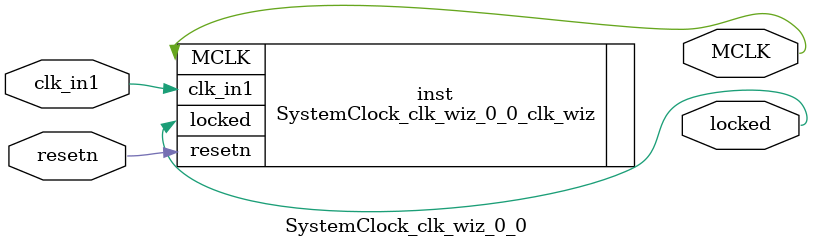
<source format=v>


`timescale 1ps/1ps

(* CORE_GENERATION_INFO = "SystemClock_clk_wiz_0_0,clk_wiz_v6_0_4_0_0,{component_name=SystemClock_clk_wiz_0_0,use_phase_alignment=true,use_min_o_jitter=false,use_max_i_jitter=false,use_dyn_phase_shift=false,use_inclk_switchover=false,use_dyn_reconfig=false,enable_axi=0,feedback_source=FDBK_AUTO,PRIMITIVE=MMCM,num_out_clk=1,clkin1_period=8.000,clkin2_period=10.000,use_power_down=false,use_reset=true,use_locked=true,use_inclk_stopped=false,feedback_type=SINGLE,CLOCK_MGR_TYPE=NA,manual_override=false}" *)

module SystemClock_clk_wiz_0_0 
 (
  // Clock out ports
  output        MCLK,
  // Status and control signals
  input         resetn,
  output        locked,
 // Clock in ports
  input         clk_in1
 );

  SystemClock_clk_wiz_0_0_clk_wiz inst
  (
  // Clock out ports  
  .MCLK(MCLK),
  // Status and control signals               
  .resetn(resetn), 
  .locked(locked),
 // Clock in ports
  .clk_in1(clk_in1)
  );

endmodule

</source>
